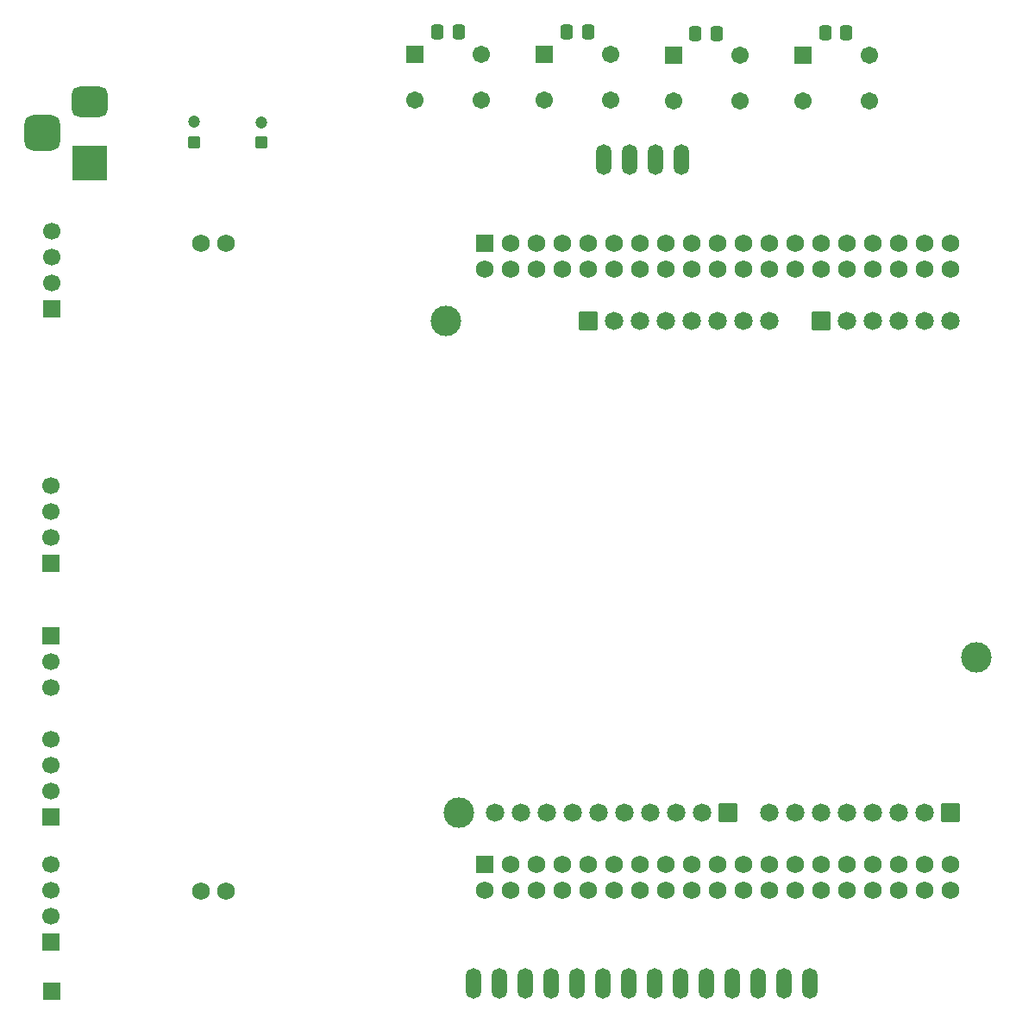
<source format=gts>
%TF.GenerationSoftware,KiCad,Pcbnew,9.0.6*%
%TF.CreationDate,2025-11-14T23:18:00+01:00*%
%TF.ProjectId,uC_screen_power,75435f73-6372-4656-956e-5f706f776572,1*%
%TF.SameCoordinates,Original*%
%TF.FileFunction,Soldermask,Top*%
%TF.FilePolarity,Negative*%
%FSLAX46Y46*%
G04 Gerber Fmt 4.6, Leading zero omitted, Abs format (unit mm)*
G04 Created by KiCad (PCBNEW 9.0.6) date 2025-11-14 23:18:00*
%MOMM*%
%LPD*%
G01*
G04 APERTURE LIST*
G04 Aperture macros list*
%AMRoundRect*
0 Rectangle with rounded corners*
0 $1 Rounding radius*
0 $2 $3 $4 $5 $6 $7 $8 $9 X,Y pos of 4 corners*
0 Add a 4 corners polygon primitive as box body*
4,1,4,$2,$3,$4,$5,$6,$7,$8,$9,$2,$3,0*
0 Add four circle primitives for the rounded corners*
1,1,$1+$1,$2,$3*
1,1,$1+$1,$4,$5*
1,1,$1+$1,$6,$7*
1,1,$1+$1,$8,$9*
0 Add four rect primitives between the rounded corners*
20,1,$1+$1,$2,$3,$4,$5,0*
20,1,$1+$1,$4,$5,$6,$7,0*
20,1,$1+$1,$6,$7,$8,$9,0*
20,1,$1+$1,$8,$9,$2,$3,0*%
G04 Aperture macros list end*
%ADD10RoundRect,0.250000X0.350000X-0.350000X0.350000X0.350000X-0.350000X0.350000X-0.350000X-0.350000X0*%
%ADD11C,1.200000*%
%ADD12O,1.500000X3.000000*%
%ADD13RoundRect,0.250000X-0.337500X-0.475000X0.337500X-0.475000X0.337500X0.475000X-0.337500X0.475000X0*%
%ADD14RoundRect,0.102000X-0.754000X-0.754000X0.754000X-0.754000X0.754000X0.754000X-0.754000X0.754000X0*%
%ADD15C,1.712000*%
%ADD16R,1.700000X1.700000*%
%ADD17C,1.700000*%
%ADD18R,3.500000X3.500000*%
%ADD19RoundRect,0.750000X-1.000000X0.750000X-1.000000X-0.750000X1.000000X-0.750000X1.000000X0.750000X0*%
%ADD20RoundRect,0.875000X-0.875000X0.875000X-0.875000X-0.875000X0.875000X-0.875000X0.875000X0.875000X0*%
%ADD21C,3.000000*%
%ADD22RoundRect,0.102000X-0.802500X0.802500X-0.802500X-0.802500X0.802500X-0.802500X0.802500X0.802500X0*%
%ADD23C,1.809000*%
%ADD24RoundRect,0.102000X-0.765000X0.765000X-0.765000X-0.765000X0.765000X-0.765000X0.765000X0.765000X0*%
%ADD25C,1.734000*%
G04 APERTURE END LIST*
D10*
%TO.C,C67*%
X76800000Y-65000000D03*
D11*
X76800000Y-63000000D03*
%TD*%
D12*
%TO.C,U10*%
X97680000Y-147500000D03*
X100220000Y-147500000D03*
X102760000Y-147500000D03*
X105300000Y-147500000D03*
X107840000Y-147500000D03*
X110380000Y-147500000D03*
X112920000Y-147500000D03*
X115460000Y-147500000D03*
X118000000Y-147500000D03*
X120540000Y-147500000D03*
X123080000Y-147500000D03*
X125620000Y-147500000D03*
X128160000Y-147500000D03*
X130700000Y-147500000D03*
X110410000Y-66700000D03*
X112950000Y-66700000D03*
X115490000Y-66700000D03*
X118030000Y-66700000D03*
%TD*%
D13*
%TO.C,C78*%
X119450000Y-54300000D03*
X121525000Y-54300000D03*
%TD*%
D14*
%TO.C,SW76*%
X130000000Y-56400000D03*
D15*
X136500000Y-56400000D03*
X130000000Y-60900000D03*
X136500000Y-60900000D03*
%TD*%
D16*
%TO.C,J4*%
X56200000Y-106320000D03*
D17*
X56200000Y-103780000D03*
X56200000Y-101240000D03*
X56200000Y-98700000D03*
%TD*%
D13*
%TO.C,C79*%
X132162500Y-54250000D03*
X134237500Y-54250000D03*
%TD*%
D10*
%TO.C,C66*%
X70200000Y-64972600D03*
D11*
X70200000Y-62972600D03*
%TD*%
D14*
%TO.C,SW74*%
X104600000Y-56350000D03*
D15*
X111100000Y-56350000D03*
X104600000Y-60850000D03*
X111100000Y-60850000D03*
%TD*%
D14*
%TO.C,SW75*%
X117300000Y-56400000D03*
D15*
X123800000Y-56400000D03*
X117300000Y-60900000D03*
X123800000Y-60900000D03*
%TD*%
D13*
%TO.C,C76*%
X94112500Y-54100000D03*
X96187500Y-54100000D03*
%TD*%
D18*
%TO.C,J1*%
X60000000Y-67000000D03*
D19*
X60000000Y-61000000D03*
D20*
X55300000Y-64000000D03*
%TD*%
D13*
%TO.C,C77*%
X106812500Y-54100000D03*
X108887500Y-54100000D03*
%TD*%
D16*
%TO.C,J5*%
X56250000Y-81310000D03*
D17*
X56250000Y-78770000D03*
X56250000Y-76230000D03*
X56250000Y-73690000D03*
%TD*%
D14*
%TO.C,SW73*%
X91900000Y-56350000D03*
D15*
X98400000Y-56350000D03*
X91900000Y-60850000D03*
X98400000Y-60850000D03*
%TD*%
D16*
%TO.C,J7*%
X56250000Y-148250000D03*
%TD*%
D21*
%TO.C,U11*%
X94970000Y-82500000D03*
X147040000Y-115520000D03*
X96240000Y-130760000D03*
D22*
X122660000Y-130760000D03*
D23*
X120120000Y-130760000D03*
X117580000Y-130760000D03*
X115040000Y-130760000D03*
X112500000Y-130760000D03*
X109960000Y-130760000D03*
X107420000Y-130760000D03*
X104880000Y-130760000D03*
X102340000Y-130760000D03*
X99800000Y-130760000D03*
D22*
X108940000Y-82500000D03*
D23*
X111480000Y-82500000D03*
X114020000Y-82500000D03*
X116560000Y-82500000D03*
X119100000Y-82500000D03*
X121640000Y-82500000D03*
X124180000Y-82500000D03*
X126720000Y-82500000D03*
D24*
X98780000Y-74880000D03*
D25*
X98780000Y-77420000D03*
X101320000Y-74880000D03*
X101320000Y-77420000D03*
X103860000Y-74880000D03*
X103860000Y-77420000D03*
X106400000Y-74880000D03*
X106400000Y-77420000D03*
X108940000Y-74880000D03*
X108940000Y-77420000D03*
X111480000Y-74880000D03*
X111480000Y-77420000D03*
X114020000Y-74880000D03*
X114020000Y-77420000D03*
X116560000Y-74880000D03*
X116560000Y-77420000D03*
X119100000Y-74880000D03*
X119100000Y-77420000D03*
X121640000Y-74880000D03*
X121640000Y-77420000D03*
X124180000Y-74880000D03*
X124180000Y-77420000D03*
X126720000Y-74880000D03*
X126720000Y-77420000D03*
X129260000Y-74880000D03*
X129260000Y-77420000D03*
X131800000Y-74880000D03*
X131800000Y-77420000D03*
X134340000Y-74880000D03*
X134340000Y-77420000D03*
X136880000Y-74880000D03*
X136880000Y-77420000D03*
X139420000Y-74880000D03*
X139420000Y-77420000D03*
X141960000Y-74880000D03*
X141960000Y-77420000D03*
X144500000Y-74880000D03*
X144500000Y-77420000D03*
D22*
X131800000Y-82500000D03*
D23*
X134340000Y-82500000D03*
X136880000Y-82500000D03*
X139420000Y-82500000D03*
X141960000Y-82500000D03*
X144500000Y-82500000D03*
D22*
X144500000Y-130760000D03*
D23*
X141960000Y-130760000D03*
X139420000Y-130760000D03*
X136880000Y-130760000D03*
X134340000Y-130760000D03*
X131800000Y-130760000D03*
X129260000Y-130760000D03*
X126720000Y-130760000D03*
D24*
X98780000Y-135840000D03*
D25*
X98780000Y-138380000D03*
X101320000Y-135840000D03*
X101320000Y-138380000D03*
X103860000Y-135840000D03*
X103860000Y-138380000D03*
X106400000Y-135840000D03*
X106400000Y-138380000D03*
X108940000Y-135840000D03*
X108940000Y-138380000D03*
X111480000Y-135840000D03*
X111480000Y-138380000D03*
X114020000Y-135840000D03*
X114020000Y-138380000D03*
X116560000Y-135840000D03*
X116560000Y-138380000D03*
X119100000Y-135840000D03*
X119100000Y-138380000D03*
X121640000Y-135840000D03*
X121640000Y-138380000D03*
X124180000Y-135840000D03*
X124180000Y-138380000D03*
X126720000Y-135840000D03*
X126720000Y-138380000D03*
X129260000Y-135840000D03*
X129260000Y-138380000D03*
X131800000Y-135840000D03*
X131800000Y-138380000D03*
X134340000Y-135840000D03*
X134340000Y-138380000D03*
X136880000Y-135840000D03*
X136880000Y-138380000D03*
X139420000Y-135840000D03*
X139420000Y-138380000D03*
X141960000Y-135840000D03*
X141960000Y-138380000D03*
X144500000Y-135840000D03*
X144500000Y-138380000D03*
X73380000Y-138460000D03*
X70880000Y-138460000D03*
X73380000Y-74890000D03*
X70880000Y-74890000D03*
%TD*%
D16*
%TO.C,J2*%
X56200000Y-143410000D03*
D17*
X56200000Y-140870000D03*
X56200000Y-138330000D03*
X56200000Y-135790000D03*
%TD*%
D16*
%TO.C,J6*%
X56200000Y-113360000D03*
D17*
X56200000Y-115900000D03*
X56200000Y-118440000D03*
%TD*%
D16*
%TO.C,J3*%
X56200000Y-131200000D03*
D17*
X56200000Y-128660000D03*
X56200000Y-126120000D03*
X56200000Y-123580000D03*
%TD*%
M02*

</source>
